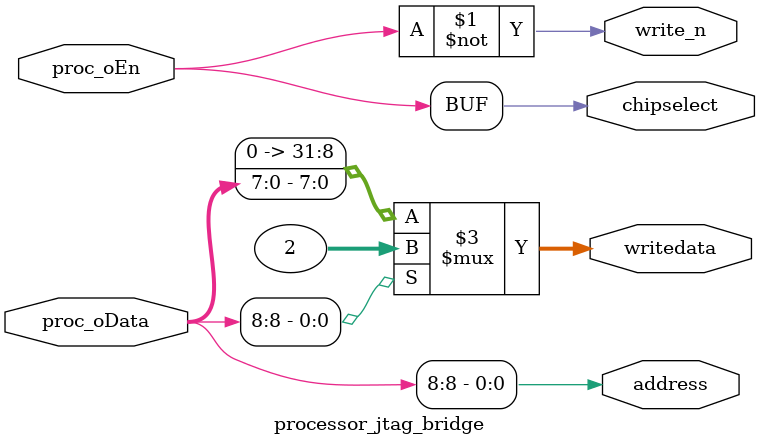
<source format=v>

    module processor_jtag_bridge(
        input wire[0:0] proc_oEn
        , input wire[15:0] proc_oData
        
        , output wire chipselect
        , output wire address
        , output wire write_n
        , output wire[31:0] writedata
    );
    assign chipselect = proc_oEn;
    assign write_n    = ~proc_oEn;
    assign address    = proc_oData[8];
    assign writedata  = address == 0 ? {24'd0,proc_oData[7:0]} : 32'd2;
    endmodule



</source>
